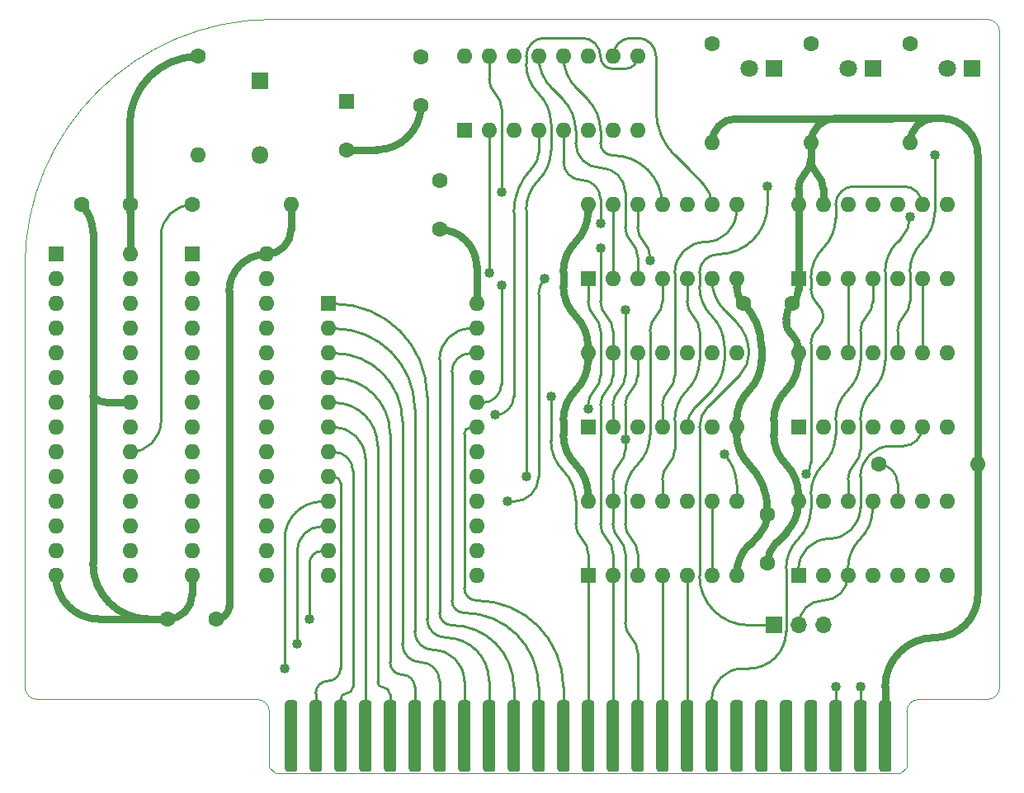
<source format=gbr>
G04 #@! TF.GenerationSoftware,KiCad,Pcbnew,(6.0.8-1)-1*
G04 #@! TF.CreationDate,2022-10-07T19:58:22-07:00*
G04 #@! TF.ProjectId,LanguageCard,4c616e67-7561-4676-9543-6172642e6b69,rev?*
G04 #@! TF.SameCoordinates,Original*
G04 #@! TF.FileFunction,Copper,L1,Top*
G04 #@! TF.FilePolarity,Positive*
%FSLAX46Y46*%
G04 Gerber Fmt 4.6, Leading zero omitted, Abs format (unit mm)*
G04 Created by KiCad (PCBNEW (6.0.8-1)-1) date 2022-10-07 19:58:22*
%MOMM*%
%LPD*%
G01*
G04 APERTURE LIST*
G04 Aperture macros list*
%AMRoundRect*
0 Rectangle with rounded corners*
0 $1 Rounding radius*
0 $2 $3 $4 $5 $6 $7 $8 $9 X,Y pos of 4 corners*
0 Add a 4 corners polygon primitive as box body*
4,1,4,$2,$3,$4,$5,$6,$7,$8,$9,$2,$3,0*
0 Add four circle primitives for the rounded corners*
1,1,$1+$1,$2,$3*
1,1,$1+$1,$4,$5*
1,1,$1+$1,$6,$7*
1,1,$1+$1,$8,$9*
0 Add four rect primitives between the rounded corners*
20,1,$1+$1,$2,$3,$4,$5,0*
20,1,$1+$1,$4,$5,$6,$7,0*
20,1,$1+$1,$6,$7,$8,$9,0*
20,1,$1+$1,$8,$9,$2,$3,0*%
G04 Aperture macros list end*
G04 #@! TA.AperFunction,Profile*
%ADD10C,0.100000*%
G04 #@! TD*
G04 #@! TA.AperFunction,ComponentPad*
%ADD11R,1.600000X1.600000*%
G04 #@! TD*
G04 #@! TA.AperFunction,ComponentPad*
%ADD12O,1.600000X1.600000*%
G04 #@! TD*
G04 #@! TA.AperFunction,ComponentPad*
%ADD13C,1.600000*%
G04 #@! TD*
G04 #@! TA.AperFunction,ComponentPad*
%ADD14R,1.700000X1.700000*%
G04 #@! TD*
G04 #@! TA.AperFunction,ComponentPad*
%ADD15O,1.700000X1.700000*%
G04 #@! TD*
G04 #@! TA.AperFunction,ComponentPad*
%ADD16R,1.800000X1.800000*%
G04 #@! TD*
G04 #@! TA.AperFunction,ComponentPad*
%ADD17O,1.800000X1.800000*%
G04 #@! TD*
G04 #@! TA.AperFunction,ComponentPad*
%ADD18C,1.800000*%
G04 #@! TD*
G04 #@! TA.AperFunction,ConnectorPad*
%ADD19RoundRect,0.317500X-0.317500X-3.365500X0.317500X-3.365500X0.317500X3.365500X-0.317500X3.365500X0*%
G04 #@! TD*
G04 #@! TA.AperFunction,ViaPad*
%ADD20C,1.016000*%
G04 #@! TD*
G04 #@! TA.AperFunction,Conductor*
%ADD21C,0.254000*%
G04 #@! TD*
G04 #@! TA.AperFunction,Conductor*
%ADD22C,0.762000*%
G04 #@! TD*
G04 APERTURE END LIST*
D10*
X27305000Y-93980000D02*
G75*
G03*
X28575000Y-95250000I1270000J0D01*
G01*
X126047500Y-25400000D02*
X52705000Y-25400000D01*
X52387500Y-102235000D02*
X53022500Y-102870000D01*
X119062500Y-95250000D02*
X126047500Y-95250000D01*
X27305000Y-93980000D02*
X27305000Y-50800000D01*
X52387500Y-96520000D02*
G75*
G03*
X51117500Y-95250000I-1270000J0D01*
G01*
X127317500Y-93980000D02*
X127317500Y-26670000D01*
X52387500Y-96520000D02*
X52387500Y-102235000D01*
X28575000Y-95250000D02*
X51117500Y-95250000D01*
X126047500Y-95250000D02*
G75*
G03*
X127317500Y-93980000I0J1270000D01*
G01*
X127317500Y-26670000D02*
G75*
G03*
X126047500Y-25400000I-1270000J0D01*
G01*
X117157500Y-102870000D02*
X53022500Y-102870000D01*
X117792500Y-96520000D02*
X117792500Y-102235000D01*
X119062500Y-95250000D02*
G75*
G03*
X117792500Y-96520000I0J-1270000D01*
G01*
X117792500Y-102235000D02*
X117157500Y-102870000D01*
X52705000Y-25400000D02*
G75*
G03*
X27305000Y-50800000I0J-25400000D01*
G01*
D11*
X44450000Y-49530000D03*
D12*
X44450000Y-52070000D03*
X44450000Y-54610000D03*
X44450000Y-57150000D03*
X44450000Y-59690000D03*
X44450000Y-62230000D03*
X44450000Y-64770000D03*
X44450000Y-67310000D03*
X44450000Y-69850000D03*
X44450000Y-72390000D03*
X44450000Y-74930000D03*
X44450000Y-77470000D03*
X44450000Y-80010000D03*
X44450000Y-82550000D03*
X52070000Y-82550000D03*
X52070000Y-80010000D03*
X52070000Y-77470000D03*
X52070000Y-74930000D03*
X52070000Y-72390000D03*
X52070000Y-69850000D03*
X52070000Y-67310000D03*
X52070000Y-64770000D03*
X52070000Y-62230000D03*
X52070000Y-59690000D03*
X52070000Y-57150000D03*
X52070000Y-54610000D03*
X52070000Y-52070000D03*
X52070000Y-49530000D03*
D13*
X107950000Y-27940000D03*
D12*
X107950000Y-38100000D03*
D14*
X104155000Y-87630000D03*
D15*
X106695000Y-87630000D03*
X109235000Y-87630000D03*
D13*
X118110000Y-27940000D03*
D12*
X118110000Y-38100000D03*
D13*
X114935000Y-71120000D03*
D12*
X125095000Y-71120000D03*
D11*
X85085000Y-67310000D03*
D12*
X87625000Y-67310000D03*
X90165000Y-67310000D03*
X92705000Y-67310000D03*
X95245000Y-67310000D03*
X97785000Y-67310000D03*
X100325000Y-67310000D03*
X100325000Y-59690000D03*
X97785000Y-59690000D03*
X95245000Y-59690000D03*
X92705000Y-59690000D03*
X90165000Y-59690000D03*
X87625000Y-59690000D03*
X85085000Y-59690000D03*
D11*
X85090000Y-52070000D03*
D12*
X87630000Y-52070000D03*
X90170000Y-52070000D03*
X92710000Y-52070000D03*
X95250000Y-52070000D03*
X97790000Y-52070000D03*
X100330000Y-52070000D03*
X100330000Y-44450000D03*
X97790000Y-44450000D03*
X95250000Y-44450000D03*
X92710000Y-44450000D03*
X90170000Y-44450000D03*
X87630000Y-44450000D03*
X85090000Y-44450000D03*
D13*
X97790000Y-27940000D03*
D12*
X97790000Y-38100000D03*
D16*
X51435000Y-31750000D03*
D17*
X51435000Y-39370000D03*
D11*
X106675000Y-52060000D03*
D12*
X109215000Y-52060000D03*
X111755000Y-52060000D03*
X114295000Y-52060000D03*
X116835000Y-52060000D03*
X119375000Y-52060000D03*
X121915000Y-52060000D03*
X121915000Y-44440000D03*
X119375000Y-44440000D03*
X116835000Y-44440000D03*
X114295000Y-44440000D03*
X111755000Y-44440000D03*
X109215000Y-44440000D03*
X106675000Y-44440000D03*
D13*
X44450000Y-44450000D03*
D12*
X54610000Y-44450000D03*
D11*
X60325000Y-33792349D03*
D13*
X60325000Y-38792349D03*
D16*
X124460000Y-30480000D03*
D18*
X121920000Y-30480000D03*
D13*
X69850000Y-46990000D03*
X69850000Y-41990000D03*
X46950000Y-86995000D03*
X41950000Y-86995000D03*
D11*
X106675000Y-82540000D03*
D12*
X109215000Y-82540000D03*
X111755000Y-82540000D03*
X114295000Y-82540000D03*
X116835000Y-82540000D03*
X119375000Y-82540000D03*
X121915000Y-82540000D03*
X121915000Y-74920000D03*
X119375000Y-74920000D03*
X116835000Y-74920000D03*
X114295000Y-74920000D03*
X111755000Y-74920000D03*
X109215000Y-74920000D03*
X106675000Y-74920000D03*
D11*
X30480000Y-49530000D03*
D12*
X30480000Y-52070000D03*
X30480000Y-54610000D03*
X30480000Y-57150000D03*
X30480000Y-59690000D03*
X30480000Y-62230000D03*
X30480000Y-64770000D03*
X30480000Y-67310000D03*
X30480000Y-69850000D03*
X30480000Y-72390000D03*
X30480000Y-74930000D03*
X30480000Y-77470000D03*
X30480000Y-80010000D03*
X30480000Y-82550000D03*
X38100000Y-82550000D03*
X38100000Y-80010000D03*
X38100000Y-77470000D03*
X38100000Y-74930000D03*
X38100000Y-72390000D03*
X38100000Y-69850000D03*
X38100000Y-67310000D03*
X38100000Y-64770000D03*
X38100000Y-62230000D03*
X38100000Y-59690000D03*
X38100000Y-57150000D03*
X38100000Y-54610000D03*
X38100000Y-52070000D03*
X38100000Y-49530000D03*
D13*
X67945000Y-34250000D03*
X67945000Y-29250000D03*
X106045000Y-54610000D03*
X101045000Y-54610000D03*
X45085000Y-29210000D03*
D12*
X45085000Y-39370000D03*
D11*
X106675000Y-67300000D03*
D12*
X109215000Y-67300000D03*
X111755000Y-67300000D03*
X114295000Y-67300000D03*
X116835000Y-67300000D03*
X119375000Y-67300000D03*
X121915000Y-67300000D03*
X121915000Y-59680000D03*
X119375000Y-59680000D03*
X116835000Y-59680000D03*
X114295000Y-59680000D03*
X111755000Y-59680000D03*
X109215000Y-59680000D03*
X106675000Y-59680000D03*
D16*
X114300000Y-30480000D03*
D18*
X111760000Y-30480000D03*
D13*
X103505000Y-81280000D03*
X103505000Y-76280000D03*
D11*
X72405000Y-36820000D03*
D12*
X74945000Y-36820000D03*
X77485000Y-36820000D03*
X80025000Y-36820000D03*
X82565000Y-36820000D03*
X85105000Y-36820000D03*
X87645000Y-36820000D03*
X90185000Y-36820000D03*
X90185000Y-29200000D03*
X87645000Y-29200000D03*
X85105000Y-29200000D03*
X82565000Y-29200000D03*
X80025000Y-29200000D03*
X77485000Y-29200000D03*
X74945000Y-29200000D03*
X72405000Y-29200000D03*
D11*
X58420000Y-54610000D03*
D12*
X58420000Y-57150000D03*
X58420000Y-59690000D03*
X58420000Y-62230000D03*
X58420000Y-64770000D03*
X58420000Y-67310000D03*
X58420000Y-69850000D03*
X58420000Y-72390000D03*
X58420000Y-74930000D03*
X58420000Y-77470000D03*
X58420000Y-80010000D03*
X58420000Y-82550000D03*
X73660000Y-82550000D03*
X73660000Y-80010000D03*
X73660000Y-77470000D03*
X73660000Y-74930000D03*
X73660000Y-72390000D03*
X73660000Y-69850000D03*
X73660000Y-67310000D03*
X73660000Y-64770000D03*
X73660000Y-62230000D03*
X73660000Y-59690000D03*
X73660000Y-57150000D03*
X73660000Y-54610000D03*
D13*
X33100000Y-44450000D03*
X38100000Y-44450000D03*
D19*
X54610000Y-99060000D03*
X57150000Y-99060000D03*
X59690000Y-99060000D03*
X62230000Y-99060000D03*
X64770000Y-99060000D03*
X67310000Y-99060000D03*
X69850000Y-99060000D03*
X72390000Y-99060000D03*
X74930000Y-99060000D03*
X77470000Y-99060000D03*
X80010000Y-99060000D03*
X82550000Y-99060000D03*
X85090000Y-99060000D03*
X87630000Y-99060000D03*
X90170000Y-99060000D03*
X92710000Y-99060000D03*
X95250000Y-99060000D03*
X97790000Y-99060000D03*
X100330000Y-99060000D03*
X102870000Y-99060000D03*
X105410000Y-99060000D03*
X107950000Y-99060000D03*
X110490000Y-99060000D03*
X113030000Y-99060000D03*
X115570000Y-99060000D03*
D16*
X104140000Y-30480000D03*
D18*
X101600000Y-30480000D03*
D11*
X85090000Y-82540000D03*
D12*
X87630000Y-82540000D03*
X90170000Y-82540000D03*
X92710000Y-82540000D03*
X95250000Y-82540000D03*
X97790000Y-82540000D03*
X100330000Y-82540000D03*
X100330000Y-74920000D03*
X97790000Y-74920000D03*
X95250000Y-74920000D03*
X92710000Y-74920000D03*
X90170000Y-74920000D03*
X87630000Y-74920000D03*
X85090000Y-74920000D03*
D20*
X110490000Y-93980000D03*
X113030000Y-93980000D03*
X76835000Y-74930000D03*
X80645000Y-52070000D03*
X107442000Y-72136000D03*
X75565000Y-66040000D03*
X81280000Y-64135000D03*
X86360000Y-48895000D03*
X88900000Y-68580000D03*
X78740000Y-72390000D03*
X118110000Y-45720000D03*
X91440000Y-50165000D03*
X88900000Y-55245000D03*
X86360000Y-46355000D03*
X56515000Y-86995000D03*
X55245000Y-89535000D03*
X53975000Y-92075000D03*
X99060000Y-70104000D03*
X103505000Y-42545000D03*
X76200000Y-43180000D03*
X120650000Y-39370000D03*
X76200000Y-52705000D03*
X74930000Y-51435000D03*
X85090000Y-65405000D03*
D21*
X110490000Y-99060000D02*
X110490000Y-93980000D01*
X113030000Y-93980000D02*
X113030000Y-99060000D01*
D22*
X105859013Y-57599013D02*
X106045000Y-57785000D01*
X38100000Y-45125000D02*
X38100000Y-49530000D01*
X38060000Y-36235000D02*
X38060000Y-45085000D01*
X85085000Y-59690000D02*
X85085000Y-58933980D01*
X82550000Y-68053949D02*
X82550000Y-66566051D01*
X106675000Y-52060000D02*
X106675000Y-44440000D01*
X109215000Y-42795954D02*
X109215000Y-44440000D01*
X54610000Y-44450000D02*
X54610000Y-46990000D01*
X106675000Y-59305954D02*
X106675000Y-59680000D01*
X106675000Y-60446020D02*
X106675000Y-59680000D01*
X102870000Y-35600000D02*
X100290000Y-35600000D01*
X115570000Y-99060000D02*
X115570000Y-93980000D01*
X106675000Y-74920000D02*
X106675000Y-75051020D01*
X105410000Y-56143025D02*
X105410000Y-56515000D01*
X125095000Y-82550000D02*
X125095000Y-39370000D01*
X106675000Y-44440000D02*
X106675000Y-42820096D01*
X107950000Y-39741975D02*
X107950000Y-38100000D01*
X121285000Y-35560000D02*
X110490000Y-35560000D01*
X85090000Y-74920000D02*
X85090000Y-74186051D01*
X73660000Y-50800000D02*
X73660000Y-54610000D01*
X106675000Y-52060000D02*
X106675000Y-53089046D01*
X48260000Y-53340000D02*
X48260000Y-85685000D01*
X82550000Y-52813949D02*
X82550000Y-51326051D01*
X85085000Y-60446020D02*
X85085000Y-59690000D01*
X125095000Y-84455000D02*
X125095000Y-82550000D01*
X85090000Y-45193949D02*
X85090000Y-44450000D01*
X106675000Y-74920000D02*
X106675000Y-74173980D01*
X116245000Y-35600000D02*
X102870000Y-35600000D01*
X105410000Y-78105000D02*
X104403026Y-79111974D01*
X120650000Y-35560000D02*
X121285000Y-35560000D01*
X104140000Y-68053949D02*
X104140000Y-66566051D01*
X105410011Y-56143025D02*
G75*
G02*
X106045000Y-54610000I2167989J25D01*
G01*
X83819994Y-55880006D02*
G75*
G02*
X85085000Y-58933980I-3053994J-3053994D01*
G01*
X38100000Y-45125000D02*
G75*
G03*
X38060000Y-45085000I-40000J0D01*
G01*
X107950000Y-38100000D02*
G75*
G02*
X110490000Y-35560000I2540000J0D01*
G01*
X52070000Y-49530000D02*
G75*
G03*
X54610000Y-46990000I0J2540000D01*
G01*
X120650000Y-35560000D02*
G75*
G03*
X118110000Y-38100000I0J-2540000D01*
G01*
X103504985Y-81280000D02*
G75*
G02*
X104403026Y-79111974I3066015J0D01*
G01*
X48260000Y-53340000D02*
G75*
G02*
X52070000Y-49530000I3810000J0D01*
G01*
X106675018Y-59305954D02*
G75*
G03*
X106044999Y-57785001I-2151018J-46D01*
G01*
X83820014Y-63500014D02*
G75*
G03*
X82550000Y-66566051I3066086J-3066086D01*
G01*
X109215018Y-42795954D02*
G75*
G03*
X108584999Y-41275001I-2151018J-46D01*
G01*
X125095000Y-84455000D02*
G75*
G02*
X120650000Y-88900000I-4445000J0D01*
G01*
X105859018Y-57599008D02*
G75*
G02*
X105410000Y-56515000I1083982J1084008D01*
G01*
X83820015Y-71119985D02*
G75*
G02*
X85090000Y-74186051I-3066015J-3066015D01*
G01*
X105410014Y-63500014D02*
G75*
G03*
X104140000Y-66566051I3066086J-3066086D01*
G01*
X108584992Y-41275008D02*
G75*
G02*
X107950000Y-39741975I1533008J1533008D01*
G01*
X107315001Y-41275001D02*
G75*
G03*
X106675000Y-42820096I1545099J-1545099D01*
G01*
X46950000Y-86995000D02*
G75*
G03*
X48260000Y-85685000I0J1310000D01*
G01*
X106044987Y-54609987D02*
G75*
G03*
X106675000Y-53089046I-1520987J1520987D01*
G01*
X106675008Y-60446020D02*
G75*
G02*
X105410000Y-63500000I-4319008J20D01*
G01*
X105409994Y-71120006D02*
G75*
G02*
X106675000Y-74173980I-3053994J-3053994D01*
G01*
X85089978Y-45193949D02*
G75*
G02*
X83819999Y-48259999I-4335978J-51D01*
G01*
X120650000Y-88900000D02*
G75*
G03*
X115570000Y-93980000I0J-5080000D01*
G01*
X97790000Y-38100000D02*
G75*
G02*
X100290000Y-35600000I2500000J0D01*
G01*
X82550022Y-68053949D02*
G75*
G03*
X83820001Y-71119999I4335978J-51D01*
G01*
X83820014Y-48260014D02*
G75*
G03*
X82550000Y-51326051I3066086J-3066086D01*
G01*
X107949989Y-39741975D02*
G75*
G02*
X107315000Y-41275000I-2167989J-25D01*
G01*
X105409994Y-78104994D02*
G75*
G03*
X106675000Y-75051020I-3053994J3053994D01*
G01*
X104140022Y-68053949D02*
G75*
G03*
X105410001Y-71119999I4335978J-51D01*
G01*
X85085008Y-60446020D02*
G75*
G02*
X83820000Y-63500000I-4319008J20D01*
G01*
X82550022Y-52813949D02*
G75*
G03*
X83820001Y-55879999I4335978J-51D01*
G01*
X73660000Y-50800000D02*
G75*
G03*
X69850000Y-46990000I-3810000J0D01*
G01*
X121285000Y-35560000D02*
G75*
G02*
X125095000Y-39370000I0J-3810000D01*
G01*
X38060000Y-36235000D02*
G75*
G02*
X45085000Y-29210000I7025000J0D01*
G01*
X103505000Y-76280000D02*
X103505000Y-75719076D01*
X38100000Y-64770000D02*
X35823025Y-64770000D01*
X34290000Y-48260000D02*
X34290000Y-47322914D01*
X34290000Y-50800000D02*
X34290000Y-48260000D01*
X100325000Y-68041878D02*
X100325000Y-67310000D01*
X41950000Y-86995000D02*
X40005000Y-86995000D01*
X102870000Y-60433949D02*
X102870000Y-59690000D01*
X100330000Y-52070000D02*
X100330000Y-52883838D01*
X60325000Y-38792349D02*
X63402651Y-38792349D01*
X34290000Y-81280000D02*
X34290000Y-64135000D01*
X41950000Y-86995000D02*
X34925000Y-86995000D01*
X100325000Y-67310000D02*
X100325000Y-66578122D01*
X102870000Y-59015939D02*
X102870000Y-59690000D01*
X100330000Y-82540000D02*
X100330000Y-82441051D01*
X101600000Y-79375000D02*
X102663542Y-78311458D01*
X44450000Y-82550000D02*
X44450000Y-84495000D01*
X34290000Y-64135000D02*
X34290000Y-50800000D01*
X33100004Y-44449996D02*
G75*
G02*
X34290000Y-47322914I-2872904J-2872904D01*
G01*
X30480000Y-82550000D02*
G75*
G03*
X34925000Y-86995000I4445000J0D01*
G01*
X34290000Y-81280000D02*
G75*
G03*
X40005000Y-86995000I5715000J0D01*
G01*
X100325010Y-68041878D02*
G75*
G03*
X101600001Y-71119999I4353090J-22D01*
G01*
X34289992Y-64135008D02*
G75*
G03*
X35823025Y-64770000I1533008J1533008D01*
G01*
X101045011Y-54609989D02*
G75*
G02*
X100330000Y-52883838I1726189J1726189D01*
G01*
X101599993Y-63499993D02*
G75*
G03*
X100325000Y-66578122I3078107J-3078107D01*
G01*
X103505004Y-76280000D02*
G75*
G02*
X102663542Y-78311458I-2872904J0D01*
G01*
X41950000Y-86995000D02*
G75*
G03*
X44450000Y-84495000I0J2500000D01*
G01*
X101600014Y-79375014D02*
G75*
G03*
X100330000Y-82441051I3066086J-3066086D01*
G01*
X67944999Y-34250000D02*
G75*
G02*
X63402651Y-38792349I-4542349J0D01*
G01*
X102869983Y-59015939D02*
G75*
G03*
X101045000Y-54610000I-6230883J39D01*
G01*
X101599993Y-71120007D02*
G75*
G02*
X103505000Y-75719076I-4599093J-4599093D01*
G01*
X102869978Y-60433949D02*
G75*
G02*
X101599999Y-63499999I-4335978J-51D01*
G01*
D21*
X59690000Y-73025000D02*
X59690000Y-92075000D01*
X87630000Y-52070000D02*
X87630000Y-44450000D01*
X57150000Y-94615000D02*
X57150000Y-99060000D01*
X76835000Y-74930000D02*
X77470000Y-74930000D01*
X58420000Y-72390000D02*
X59055000Y-72390000D01*
X80010000Y-55245000D02*
X80010000Y-53603025D01*
X80010000Y-72390000D02*
X80010000Y-55245000D01*
X80644992Y-52069992D02*
G75*
G03*
X80010000Y-53603025I1533008J-1533008D01*
G01*
X58420000Y-93345000D02*
G75*
G03*
X59690000Y-92075000I0J1270000D01*
G01*
X80010000Y-72390000D02*
G75*
G02*
X77470000Y-74930000I-2540000J0D01*
G01*
X57150000Y-94615000D02*
G75*
G02*
X58420000Y-93345000I1270000J0D01*
G01*
X59690000Y-73025000D02*
G75*
G03*
X59055000Y-72390000I-635000J0D01*
G01*
X59690000Y-95250000D02*
X59690000Y-99060000D01*
X108770987Y-54795987D02*
X108585000Y-54610000D01*
X60960000Y-71755000D02*
X60960000Y-93980000D01*
X107950000Y-59690000D02*
X107950000Y-58683025D01*
X112395000Y-42545000D02*
X117480000Y-42545000D01*
X107950000Y-53076975D02*
X107950000Y-51961051D01*
X58420000Y-69850000D02*
X59055000Y-69850000D01*
X108585000Y-57150000D02*
X108770987Y-56964013D01*
X107950000Y-70909580D02*
X107950000Y-59690000D01*
X110490000Y-45828949D02*
X110490000Y-44450000D01*
X60960000Y-71755000D02*
G75*
G03*
X59055000Y-69850000I-1905000J0D01*
G01*
X107950011Y-53076975D02*
G75*
G03*
X108585000Y-54610000I2167989J-25D01*
G01*
X119375000Y-44440000D02*
G75*
G03*
X117480000Y-42545000I-1895000J0D01*
G01*
X107949991Y-70909580D02*
G75*
G02*
X107442000Y-72136000I-1734391J-20D01*
G01*
X60325000Y-94615000D02*
G75*
G03*
X60960000Y-93980000I0J635000D01*
G01*
X59690000Y-95250000D02*
G75*
G02*
X60325000Y-94615000I635000J0D01*
G01*
X109220007Y-55880000D02*
G75*
G02*
X108770987Y-56964013I-1533007J0D01*
G01*
X108770982Y-54795992D02*
G75*
G02*
X109220000Y-55880000I-1083982J-1084008D01*
G01*
X110490020Y-45828949D02*
G75*
G02*
X109220000Y-48895000I-4336120J49D01*
G01*
X112395000Y-42545000D02*
G75*
G03*
X110490000Y-44450000I0J-1905000D01*
G01*
X108584992Y-57149992D02*
G75*
G03*
X107950000Y-58683025I1533008J-1533008D01*
G01*
X109219985Y-48894985D02*
G75*
G03*
X107950000Y-51961051I3066015J-3066015D01*
G01*
X58420000Y-67310000D02*
X59055000Y-67310000D01*
X62230000Y-70485000D02*
X62230000Y-99060000D01*
X62230000Y-70485000D02*
G75*
G03*
X59055000Y-67310000I-3175000J0D01*
G01*
X58420000Y-64770000D02*
X59055000Y-64770000D01*
X64770000Y-94742000D02*
X64770000Y-99060000D01*
X63500000Y-69215000D02*
X63500000Y-93472000D01*
X80010000Y-36856213D02*
X80010000Y-39106975D01*
X77470000Y-45239076D02*
X77470000Y-64135000D01*
X75565000Y-66040000D02*
G75*
G03*
X77470000Y-64135000I0J1905000D01*
G01*
X64770000Y-94742000D02*
G75*
G03*
X64008000Y-93980000I-762000J0D01*
G01*
X77469991Y-45239076D02*
G75*
G02*
X79375000Y-40640000I6504109J-24D01*
G01*
X79375008Y-40640008D02*
G75*
G03*
X80010000Y-39106975I-1533008J1533008D01*
G01*
X64008000Y-93980000D02*
G75*
G02*
X63500000Y-93472000I0J508000D01*
G01*
X80010006Y-36856213D02*
G75*
G02*
X80025000Y-36820000I51194J13D01*
G01*
X63500000Y-69215000D02*
G75*
G03*
X59055000Y-64770000I-4445000J0D01*
G01*
X67310000Y-93980000D02*
X67310000Y-99060000D01*
X64770000Y-67945000D02*
X64770000Y-91440000D01*
X58420000Y-62230000D02*
X59055000Y-62230000D01*
X64770000Y-67945000D02*
G75*
G03*
X59055000Y-62230000I-5715000J0D01*
G01*
X66040000Y-92710000D02*
G75*
G02*
X64770000Y-91440000I0J1270000D01*
G01*
X67310000Y-93980000D02*
G75*
G03*
X66040000Y-92710000I-1270000J0D01*
G01*
X66040000Y-66675000D02*
X66040000Y-89535000D01*
X58420000Y-59690000D02*
X59055000Y-59690000D01*
X69850000Y-93345000D02*
X69850000Y-99060000D01*
X66040000Y-66675000D02*
G75*
G03*
X59055000Y-59690000I-6985000J0D01*
G01*
X69850000Y-93345000D02*
G75*
G03*
X67945000Y-91440000I-1905000J0D01*
G01*
X67945000Y-91440000D02*
G75*
G02*
X66040000Y-89535000I0J1905000D01*
G01*
X58420000Y-57150000D02*
X59055000Y-57150000D01*
X67310000Y-65405000D02*
X67310000Y-88265000D01*
X72390000Y-93345000D02*
X72390000Y-99060000D01*
X67310000Y-65405000D02*
G75*
G03*
X59055000Y-57150000I-8255000J0D01*
G01*
X69215000Y-90170000D02*
G75*
G02*
X67310000Y-88265000I0J1905000D01*
G01*
X72390000Y-93345000D02*
G75*
G03*
X69215000Y-90170000I-3175000J0D01*
G01*
X68580000Y-64135000D02*
X68580000Y-86995000D01*
X74930000Y-93345000D02*
X74930000Y-99060000D01*
X58420000Y-54610000D02*
X59055000Y-54610000D01*
X68580000Y-64135000D02*
G75*
G03*
X59055000Y-54610000I-9525000J0D01*
G01*
X70485000Y-88900000D02*
G75*
G02*
X68580000Y-86995000I0J1905000D01*
G01*
X74930000Y-93345000D02*
G75*
G03*
X70485000Y-88900000I-4445000J0D01*
G01*
X69850000Y-60325000D02*
X69850000Y-86360000D01*
X73660000Y-57150000D02*
X73025000Y-57150000D01*
X77470000Y-93980000D02*
X77470000Y-99060000D01*
X77470000Y-93980000D02*
G75*
G03*
X71120000Y-87630000I-6350000J0D01*
G01*
X69850000Y-60325000D02*
G75*
G02*
X73025000Y-57150000I3175000J0D01*
G01*
X71120000Y-87630000D02*
G75*
G02*
X69850000Y-86360000I0J1270000D01*
G01*
X73660000Y-59690000D02*
X73025000Y-59690000D01*
X80010000Y-93980000D02*
X80010000Y-99060000D01*
X71120000Y-61595000D02*
X71120000Y-85090000D01*
X72390000Y-86360000D02*
G75*
G02*
X71120000Y-85090000I0J1270000D01*
G01*
X80010000Y-93980000D02*
G75*
G03*
X72390000Y-86360000I-7620000J0D01*
G01*
X71120000Y-61595000D02*
G75*
G02*
X73025000Y-59690000I1905000J0D01*
G01*
X82550000Y-93980000D02*
X82550000Y-99060000D01*
X73660000Y-67310000D02*
X73025000Y-67310000D01*
X72390000Y-67945000D02*
X72390000Y-83820000D01*
X72390000Y-67945000D02*
G75*
G02*
X73025000Y-67310000I635000J0D01*
G01*
X73660000Y-85090000D02*
G75*
G02*
X72390000Y-83820000I0J1270000D01*
G01*
X82550000Y-93980000D02*
G75*
G03*
X73660000Y-85090000I-8890000J0D01*
G01*
X81280000Y-64135000D02*
X81280000Y-68688949D01*
X85090000Y-80273025D02*
X85090000Y-82540000D01*
X85090000Y-99060000D02*
X85090000Y-82540000D01*
X83820000Y-74821051D02*
X83820000Y-77206975D01*
X83819978Y-74821051D02*
G75*
G03*
X82549999Y-71755001I-4335978J51D01*
G01*
X82550014Y-71754986D02*
G75*
G02*
X81280000Y-68688949I3066086J3066086D01*
G01*
X84454992Y-78740008D02*
G75*
G02*
X83820000Y-77206975I1533008J1533008D01*
G01*
X85089989Y-80273025D02*
G75*
G03*
X84455000Y-78740000I-2167989J25D01*
G01*
X86360000Y-67945000D02*
X86360000Y-65033025D01*
X87630000Y-82540000D02*
X87630000Y-80273025D01*
X87625000Y-59690000D02*
X87625000Y-57400954D01*
X87625000Y-61979046D02*
X87625000Y-59690000D01*
X86360000Y-54346975D02*
X86360000Y-48895000D01*
X86360000Y-77206975D02*
X86360000Y-67945000D01*
X87630000Y-82540000D02*
X87630000Y-99060000D01*
X86995008Y-78739992D02*
G75*
G02*
X87630000Y-80273025I-1533008J-1533008D01*
G01*
X86994987Y-55880013D02*
G75*
G02*
X87625000Y-57400954I-1520987J-1520987D01*
G01*
X86994992Y-63499992D02*
G75*
G03*
X86360000Y-65033025I1533008J-1533008D01*
G01*
X87625048Y-61979046D02*
G75*
G02*
X86995000Y-63500000I-2150948J46D01*
G01*
X86360011Y-54346975D02*
G75*
G03*
X86995000Y-55880000I2167989J-25D01*
G01*
X86360011Y-77206975D02*
G75*
G03*
X86995000Y-78740000I2167989J-25D01*
G01*
X88900000Y-68580000D02*
X88900000Y-65033025D01*
X87630000Y-74920000D02*
X87630000Y-72653025D01*
X87630000Y-77206975D02*
X87630000Y-74920000D01*
X88900000Y-69586975D02*
X88900000Y-68580000D01*
X88900000Y-87366975D02*
X88900000Y-80273025D01*
X90170000Y-99060000D02*
X90170000Y-90433025D01*
X90165000Y-61979046D02*
X90165000Y-59690000D01*
X88264992Y-71119992D02*
G75*
G03*
X87630000Y-72653025I1533008J-1533008D01*
G01*
X90165048Y-61979046D02*
G75*
G02*
X89535000Y-63500000I-2150948J46D01*
G01*
X87630011Y-77206975D02*
G75*
G03*
X88265000Y-78740000I2167989J-25D01*
G01*
X89534992Y-63499992D02*
G75*
G03*
X88900000Y-65033025I1533008J-1533008D01*
G01*
X89535008Y-88899992D02*
G75*
G02*
X90170000Y-90433025I-1533008J-1533008D01*
G01*
X88899989Y-69586975D02*
G75*
G02*
X88265000Y-71120000I-2167989J-25D01*
G01*
X88265008Y-78739992D02*
G75*
G02*
X88900000Y-80273025I-1533008J-1533008D01*
G01*
X88900011Y-87366975D02*
G75*
G03*
X89535000Y-88900000I2167989J-25D01*
G01*
X92710000Y-82540000D02*
X92710000Y-99060000D01*
X95250000Y-82540000D02*
X95250000Y-99060000D01*
X84455000Y-27305000D02*
X80645000Y-27305000D01*
X88905000Y-30480000D02*
X87630000Y-30480000D01*
X78740000Y-44976051D02*
X78740000Y-72390000D01*
X78740000Y-29210000D02*
X78740000Y-29953949D01*
X81280000Y-36086051D02*
X81280000Y-38843949D01*
X84455000Y-27305000D02*
G75*
G02*
X86360000Y-29210000I0J-1905000D01*
G01*
X78740000Y-29210000D02*
G75*
G02*
X80645000Y-27305000I1905000J0D01*
G01*
X80009986Y-41909986D02*
G75*
G03*
X81280000Y-38843949I-3066086J3066086D01*
G01*
X78740022Y-44976051D02*
G75*
G02*
X80010001Y-41910001I4335978J51D01*
G01*
X88905000Y-30480000D02*
G75*
G03*
X90185000Y-29200000I0J1280000D01*
G01*
X86360000Y-29210000D02*
G75*
G03*
X87630000Y-30480000I1270000J0D01*
G01*
X81279978Y-36086051D02*
G75*
G03*
X80009999Y-33020001I-4335978J51D01*
G01*
X80010014Y-33019986D02*
G75*
G02*
X78740000Y-29953949I3066086J3066086D01*
G01*
X105410000Y-81806051D02*
X105410000Y-88265000D01*
X110490000Y-66566051D02*
X110490000Y-68053949D01*
X113030000Y-57413025D02*
X113030000Y-60433949D01*
X107950000Y-74186051D02*
X107950000Y-75673949D01*
X97790000Y-95250000D02*
X97790000Y-99060000D01*
X114295000Y-52060000D02*
X114295000Y-54359046D01*
X101600000Y-92075000D02*
X100965000Y-92075000D01*
X113664987Y-55879987D02*
G75*
G03*
X114295000Y-54359046I-1520987J1520987D01*
G01*
X107950022Y-74186051D02*
G75*
G02*
X109220001Y-71120001I4335978J51D01*
G01*
X113030011Y-57413025D02*
G75*
G02*
X113665000Y-55880000I2167989J25D01*
G01*
X106679986Y-78739986D02*
G75*
G03*
X107950000Y-75673949I-3066086J3066086D01*
G01*
X105410022Y-81806051D02*
G75*
G02*
X106680001Y-78740001I4335978J51D01*
G01*
X110490022Y-66566051D02*
G75*
G02*
X111760001Y-63500001I4335978J51D01*
G01*
X97790000Y-95250000D02*
G75*
G02*
X100965000Y-92075000I3175000J0D01*
G01*
X109219986Y-71119986D02*
G75*
G03*
X110490000Y-68053949I-3066086J3066086D01*
G01*
X111759986Y-63499986D02*
G75*
G03*
X113030000Y-60433949I-3066086J3066086D01*
G01*
X101600000Y-92075000D02*
G75*
G03*
X105410000Y-88265000I0J3810000D01*
G01*
X113030000Y-67310000D02*
X113030000Y-69586975D01*
X115570000Y-52070000D02*
X115570000Y-51326051D01*
X115570000Y-52070000D02*
X115570000Y-60433949D01*
X113030000Y-66566051D02*
X113030000Y-67310000D01*
X41275000Y-66675000D02*
X41275000Y-50165000D01*
X111755000Y-72665096D02*
X111755000Y-74920000D01*
X41275000Y-50165000D02*
X41275000Y-47625000D01*
X116840000Y-48260000D02*
X117211974Y-47888026D01*
X44450000Y-44450000D02*
G75*
G03*
X41275000Y-47625000I0J-3175000D01*
G01*
X113029980Y-66566051D02*
G75*
G02*
X114300000Y-63500000I4336120J-49D01*
G01*
X112395008Y-71120008D02*
G75*
G03*
X113030000Y-69586975I-1533008J1533008D01*
G01*
X118110015Y-45720000D02*
G75*
G02*
X117211974Y-47888026I-3066015J0D01*
G01*
X114300015Y-63500015D02*
G75*
G03*
X115570000Y-60433949I-3066015J3066015D01*
G01*
X41275000Y-66675000D02*
G75*
G02*
X38100000Y-69850000I-3175000J0D01*
G01*
X116840014Y-48260014D02*
G75*
G03*
X115570000Y-51326051I3066086J-3066086D01*
G01*
X111754999Y-72665096D02*
G75*
G02*
X112395000Y-71120000I2185101J-4D01*
G01*
X91440000Y-50165000D02*
X91440000Y-49793025D01*
X90170000Y-46726975D02*
X90170000Y-44450000D01*
X119375000Y-59680000D02*
X119375000Y-52060000D01*
X90805008Y-48259992D02*
G75*
G02*
X91440000Y-49793025I-1533008J-1533008D01*
G01*
X90170011Y-46726975D02*
G75*
G03*
X90805000Y-48260000I2167989J-25D01*
G01*
X87625000Y-65045096D02*
X87625000Y-67310000D01*
X88900000Y-55245000D02*
X88900000Y-61966975D01*
X111755000Y-59680000D02*
X111755000Y-52060000D01*
X87624999Y-65045096D02*
G75*
G02*
X88265000Y-63500000I2185101J-4D01*
G01*
X88265008Y-63500008D02*
G75*
G03*
X88900000Y-61966975I-1533008J1533008D01*
G01*
X82565000Y-36820000D02*
X82565000Y-40020000D01*
X86360000Y-43815000D02*
X86360000Y-44450000D01*
X86360000Y-44450000D02*
X86360000Y-46355000D01*
X84455000Y-41910000D02*
G75*
G02*
X82565000Y-40020000I0J1890000D01*
G01*
X86360000Y-43815000D02*
G75*
G03*
X84455000Y-41910000I-1905000J0D01*
G01*
X116835000Y-74920000D02*
X116835000Y-73020000D01*
X114935000Y-71120000D02*
G75*
G02*
X116835000Y-73020000I0J-1900000D01*
G01*
X92075000Y-29210000D02*
X92075000Y-34770924D01*
X89540000Y-27305000D02*
X90170000Y-27305000D01*
X93980000Y-39370000D02*
X95250000Y-40640000D01*
X95250000Y-40640000D02*
X96891974Y-42281975D01*
X97790014Y-44450000D02*
G75*
G03*
X96891974Y-42281975I-3066014J0D01*
G01*
X93980007Y-39369993D02*
G75*
G02*
X92075000Y-34770924I4599093J4599093D01*
G01*
X89540000Y-27305000D02*
G75*
G03*
X87645000Y-29200000I0J-1895000D01*
G01*
X92075000Y-29210000D02*
G75*
G03*
X90170000Y-27305000I-1905000J0D01*
G01*
X58420000Y-80010000D02*
X57785000Y-80010000D01*
X56515000Y-81280000D02*
X56515000Y-86995000D01*
X56515000Y-81280000D02*
G75*
G02*
X57785000Y-80010000I1270000J0D01*
G01*
X58420000Y-77470000D02*
X57785000Y-77470000D01*
X55245000Y-80010000D02*
X55245000Y-89535000D01*
X55245000Y-80010000D02*
G75*
G02*
X57785000Y-77470000I2540000J0D01*
G01*
X58420000Y-74930000D02*
X57785000Y-74930000D01*
X53975000Y-78740000D02*
X53975000Y-92075000D01*
X53975000Y-78740000D02*
G75*
G02*
X57785000Y-74930000I3810000J0D01*
G01*
X88900000Y-77206975D02*
X88900000Y-74186051D01*
X92710000Y-54346975D02*
X92710000Y-52070000D01*
X91440000Y-59690000D02*
X91440000Y-57413025D01*
X91440000Y-68053949D02*
X91440000Y-59690000D01*
X90170000Y-82540000D02*
X90170000Y-80273025D01*
X88900011Y-77206975D02*
G75*
G03*
X89535000Y-78740000I2167989J-25D01*
G01*
X89535008Y-78739992D02*
G75*
G02*
X90170000Y-80273025I-1533008J-1533008D01*
G01*
X92074992Y-55879992D02*
G75*
G03*
X91440000Y-57413025I1533008J-1533008D01*
G01*
X91439978Y-68053949D02*
G75*
G02*
X90169999Y-71119999I-4335978J-51D01*
G01*
X90170014Y-71120014D02*
G75*
G03*
X88900000Y-74186051I3066086J-3066086D01*
G01*
X92709989Y-54346975D02*
G75*
G02*
X92075000Y-55880000I-2167989J-25D01*
G01*
X100330000Y-74920000D02*
X100330000Y-73170051D01*
X99060015Y-70103985D02*
G75*
G02*
X100330000Y-73170051I-3066015J-3066015D01*
G01*
X99060000Y-58946051D02*
X99060000Y-59690000D01*
X74945000Y-31523188D02*
X74945000Y-29200000D01*
X99060000Y-59690000D02*
X99060000Y-60433949D01*
X97790000Y-63500000D02*
X96139490Y-65150510D01*
X76200000Y-43180000D02*
X76200000Y-39370000D01*
X103505000Y-44450000D02*
X103505000Y-42545000D01*
X76200000Y-39370000D02*
X76200000Y-34553025D01*
X96520000Y-52070000D02*
X96520000Y-52813949D01*
X96520000Y-51435000D02*
X96520000Y-52070000D01*
X75565008Y-33019992D02*
G75*
G02*
X76200000Y-34553025I-1533008J-1533008D01*
G01*
X103505000Y-44450000D02*
G75*
G02*
X98425000Y-49530000I-5080000J0D01*
G01*
X95245006Y-67310000D02*
G75*
G02*
X96139490Y-65150510I3053994J0D01*
G01*
X97789985Y-55880015D02*
G75*
G02*
X96520000Y-52813949I3066015J3066015D01*
G01*
X96520000Y-51435000D02*
G75*
G02*
X98425000Y-49530000I1905000J0D01*
G01*
X99059978Y-58946051D02*
G75*
G03*
X97789999Y-55880001I-4335978J51D01*
G01*
X97790015Y-63500015D02*
G75*
G03*
X99060000Y-60433949I-3066015J3066015D01*
G01*
X74945006Y-31523188D02*
G75*
G03*
X75565001Y-33019999I2116794J-12D01*
G01*
X116835000Y-57425096D02*
X116835000Y-59680000D01*
X120650000Y-39370000D02*
X120650000Y-45193949D01*
X118110000Y-51326051D02*
X118110000Y-54346975D01*
X119379986Y-48259986D02*
G75*
G03*
X120650000Y-45193949I-3066086J3066086D01*
G01*
X116834999Y-57425096D02*
G75*
G02*
X117475000Y-55880000I2185101J-4D01*
G01*
X118110022Y-51326051D02*
G75*
G02*
X119380001Y-48260001I4335978J51D01*
G01*
X117475008Y-55880008D02*
G75*
G03*
X118110000Y-54346975I-1533008J1533008D01*
G01*
X116205000Y-69215000D02*
X117460000Y-69215000D01*
X73660000Y-64770000D02*
X74295000Y-64770000D01*
X106675000Y-82540000D02*
X106675000Y-81920000D01*
X113030000Y-75565000D02*
X113030000Y-72390000D01*
X76200000Y-62865000D02*
X76200000Y-52705000D01*
X116205000Y-69215000D02*
G75*
G03*
X113030000Y-72390000I0J-3175000D01*
G01*
X113030000Y-75565000D02*
G75*
G02*
X109855000Y-78740000I-3175000J0D01*
G01*
X109855000Y-78740000D02*
G75*
G03*
X106675000Y-81920000I0J-3180000D01*
G01*
X76200000Y-62865000D02*
G75*
G02*
X74295000Y-64770000I-1905000J0D01*
G01*
X119375000Y-67300000D02*
G75*
G02*
X117460000Y-69215000I-1915000J0D01*
G01*
X74930000Y-51435000D02*
X74930000Y-36856213D01*
X74944996Y-36819996D02*
G75*
G03*
X74930000Y-36856213I36204J-36204D01*
G01*
X99695000Y-55880000D02*
X100252962Y-56437961D01*
X96520000Y-67310000D02*
X96520000Y-81280000D01*
X96520000Y-81280000D02*
X96520000Y-82550000D01*
X101600000Y-87630000D02*
X104155000Y-87630000D01*
X100701974Y-61858026D02*
X99060000Y-63500000D01*
X99137039Y-55322039D02*
X99695000Y-55880000D01*
X99060000Y-63500000D02*
X97418026Y-65141975D01*
X101599993Y-59690000D02*
G75*
G03*
X100252961Y-56437962I-4599093J0D01*
G01*
X96519986Y-67310000D02*
G75*
G02*
X97418026Y-65141975I3066014J0D01*
G01*
X100701963Y-61858015D02*
G75*
G03*
X101600000Y-59690000I-2167963J2168015D01*
G01*
X101600000Y-87630000D02*
G75*
G02*
X96520000Y-82550000I0J5080000D01*
G01*
X99137034Y-55322044D02*
G75*
G02*
X97790000Y-52070000I3252066J3252044D01*
G01*
X111755000Y-82540000D02*
X111755000Y-81818122D01*
X106695000Y-87615000D02*
X106695000Y-87630000D01*
X114295000Y-75686020D02*
X114295000Y-74920000D01*
X111755000Y-82540000D02*
X111755000Y-82555000D01*
X109220000Y-85090000D02*
G75*
G03*
X111755000Y-82555000I0J2535000D01*
G01*
X114295008Y-75686020D02*
G75*
G02*
X113030000Y-78740000I-4319008J20D01*
G01*
X113029993Y-78739993D02*
G75*
G03*
X111755000Y-81818122I3078107J-3078107D01*
G01*
X106695000Y-87615000D02*
G75*
G02*
X109220000Y-85090000I2525000J0D01*
G01*
X97790000Y-74920000D02*
X97790000Y-82540000D01*
X96520000Y-57413025D02*
X96520000Y-60433949D01*
X93980000Y-66566051D02*
X93980000Y-69586975D01*
X92710000Y-72653025D02*
X92710000Y-74920000D01*
X95250000Y-52070000D02*
X95250000Y-54346975D01*
X95249986Y-63499986D02*
G75*
G03*
X96520000Y-60433949I-3066086J3066086D01*
G01*
X96519989Y-57413025D02*
G75*
G03*
X95885000Y-55880000I-2167989J25D01*
G01*
X92710011Y-72653025D02*
G75*
G02*
X93345000Y-71120000I2167989J25D01*
G01*
X95884992Y-55880008D02*
G75*
G02*
X95250000Y-54346975I1533008J1533008D01*
G01*
X93345008Y-71120008D02*
G75*
G03*
X93980000Y-69586975I-1533008J1533008D01*
G01*
X93980022Y-66566051D02*
G75*
G02*
X95250001Y-63500001I4335978J51D01*
G01*
X86360000Y-36830000D02*
X86360000Y-38100000D01*
X83929716Y-32494716D02*
X85012961Y-33577961D01*
X87630000Y-39370000D02*
G75*
G02*
X86360000Y-38100000I0J1270000D01*
G01*
X92710000Y-44450000D02*
G75*
G03*
X87630000Y-39370000I-5080000J0D01*
G01*
X83929723Y-32494709D02*
G75*
G02*
X82565000Y-29200000I3294677J3294709D01*
G01*
X86359993Y-36830000D02*
G75*
G03*
X85012961Y-33577961I-4599093J0D01*
G01*
X85090000Y-65033025D02*
X85090000Y-65405000D01*
X86360000Y-59690000D02*
X86360000Y-61966975D01*
X86360000Y-57413025D02*
X86360000Y-59690000D01*
X85090000Y-52070000D02*
X85090000Y-54346975D01*
X85725008Y-63500008D02*
G75*
G03*
X86360000Y-61966975I-1533008J1533008D01*
G01*
X85090011Y-65033025D02*
G75*
G02*
X85725000Y-63500000I2167989J25D01*
G01*
X86359989Y-57413025D02*
G75*
G03*
X85725000Y-55880000I-2167989J25D01*
G01*
X85724992Y-55880008D02*
G75*
G02*
X85090000Y-54346975I1533008J1533008D01*
G01*
X83820000Y-36830000D02*
X83820000Y-38100000D01*
X88900000Y-43180000D02*
X88900000Y-46726975D01*
X81389716Y-32494716D02*
X82472961Y-33577961D01*
X90170000Y-49793025D02*
X90170000Y-52070000D01*
X86360000Y-40640000D02*
G75*
G02*
X83820000Y-38100000I0J2540000D01*
G01*
X90169989Y-49793025D02*
G75*
G03*
X89535000Y-48260000I-2167989J25D01*
G01*
X88900000Y-43180000D02*
G75*
G03*
X86360000Y-40640000I-2540000J0D01*
G01*
X83819993Y-36830000D02*
G75*
G03*
X82472961Y-33577961I-4599093J0D01*
G01*
X89534992Y-48260008D02*
G75*
G02*
X88900000Y-46726975I1533008J1533008D01*
G01*
X81389723Y-32494709D02*
G75*
G02*
X80025000Y-29200000I3294677J3294709D01*
G01*
X93980000Y-52070000D02*
X93980000Y-51435000D01*
X92705000Y-67310000D02*
X92705000Y-65045096D01*
X100330000Y-45085000D02*
X100330000Y-44450000D01*
X93980000Y-59690000D02*
X93980000Y-52070000D01*
X93980000Y-61966975D02*
X93980000Y-59690000D01*
X93979989Y-61966975D02*
G75*
G02*
X93345000Y-63500000I-2167989J-25D01*
G01*
X100330000Y-45085000D02*
G75*
G02*
X97155000Y-48260000I-3175000J0D01*
G01*
X97155000Y-48260000D02*
G75*
G03*
X93980000Y-51435000I0J-3175000D01*
G01*
X93345001Y-63500001D02*
G75*
G03*
X92705000Y-65045096I1545099J-1545099D01*
G01*
M02*

</source>
